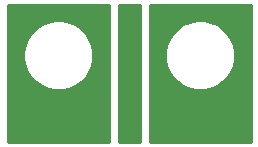
<source format=gtl>
G04 #@! TF.GenerationSoftware,KiCad,Pcbnew,(5.1.7)-1*
G04 #@! TF.CreationDate,2022-09-30T23:46:52+02:00*
G04 #@! TF.ProjectId,Endstufe-Kopplung,456e6473-7475-4666-952d-4b6f70706c75,rev?*
G04 #@! TF.SameCoordinates,Original*
G04 #@! TF.FileFunction,Copper,L1,Top*
G04 #@! TF.FilePolarity,Positive*
%FSLAX46Y46*%
G04 Gerber Fmt 4.6, Leading zero omitted, Abs format (unit mm)*
G04 Created by KiCad (PCBNEW (5.1.7)-1) date 2022-09-30 23:46:52*
%MOMM*%
%LPD*%
G01*
G04 APERTURE LIST*
G04 #@! TA.AperFunction,NonConductor*
%ADD10C,0.254000*%
G04 #@! TD*
G04 #@! TA.AperFunction,NonConductor*
%ADD11C,0.100000*%
G04 #@! TD*
G04 APERTURE END LIST*
D10*
X33790000Y-24840000D02*
X25227000Y-24840000D01*
X25227000Y-17207909D01*
X26534350Y-17207909D01*
X26534350Y-17792091D01*
X26648318Y-18365048D01*
X26871875Y-18904762D01*
X27196429Y-19390492D01*
X27609508Y-19803571D01*
X28095238Y-20128125D01*
X28634952Y-20351682D01*
X29207909Y-20465650D01*
X29792091Y-20465650D01*
X30365048Y-20351682D01*
X30904762Y-20128125D01*
X31390492Y-19803571D01*
X31803571Y-19390492D01*
X32128125Y-18904762D01*
X32351682Y-18365048D01*
X32465650Y-17792091D01*
X32465650Y-17207909D01*
X32351682Y-16634952D01*
X32128125Y-16095238D01*
X31803571Y-15609508D01*
X31390492Y-15196429D01*
X30904762Y-14871875D01*
X30365048Y-14648318D01*
X29792091Y-14534350D01*
X29207909Y-14534350D01*
X28634952Y-14648318D01*
X28095238Y-14871875D01*
X27609508Y-15196429D01*
X27196429Y-15609508D01*
X26871875Y-16095238D01*
X26648318Y-16634952D01*
X26534350Y-17207909D01*
X25227000Y-17207909D01*
X25227000Y-13210000D01*
X33790001Y-13210000D01*
X33790000Y-24840000D01*
G04 #@! TA.AperFunction,NonConductor*
D11*
G36*
X33790000Y-24840000D02*
G01*
X25227000Y-24840000D01*
X25227000Y-17207909D01*
X26534350Y-17207909D01*
X26534350Y-17792091D01*
X26648318Y-18365048D01*
X26871875Y-18904762D01*
X27196429Y-19390492D01*
X27609508Y-19803571D01*
X28095238Y-20128125D01*
X28634952Y-20351682D01*
X29207909Y-20465650D01*
X29792091Y-20465650D01*
X30365048Y-20351682D01*
X30904762Y-20128125D01*
X31390492Y-19803571D01*
X31803571Y-19390492D01*
X32128125Y-18904762D01*
X32351682Y-18365048D01*
X32465650Y-17792091D01*
X32465650Y-17207909D01*
X32351682Y-16634952D01*
X32128125Y-16095238D01*
X31803571Y-15609508D01*
X31390492Y-15196429D01*
X30904762Y-14871875D01*
X30365048Y-14648318D01*
X29792091Y-14534350D01*
X29207909Y-14534350D01*
X28634952Y-14648318D01*
X28095238Y-14871875D01*
X27609508Y-15196429D01*
X27196429Y-15609508D01*
X26871875Y-16095238D01*
X26648318Y-16634952D01*
X26534350Y-17207909D01*
X25227000Y-17207909D01*
X25227000Y-13210000D01*
X33790001Y-13210000D01*
X33790000Y-24840000D01*
G37*
G04 #@! TD.AperFunction*
D10*
X21773000Y-24840000D02*
X13210000Y-24840000D01*
X13210000Y-17207909D01*
X14534350Y-17207909D01*
X14534350Y-17792091D01*
X14648318Y-18365048D01*
X14871875Y-18904762D01*
X15196429Y-19390492D01*
X15609508Y-19803571D01*
X16095238Y-20128125D01*
X16634952Y-20351682D01*
X17207909Y-20465650D01*
X17792091Y-20465650D01*
X18365048Y-20351682D01*
X18904762Y-20128125D01*
X19390492Y-19803571D01*
X19803571Y-19390492D01*
X20128125Y-18904762D01*
X20351682Y-18365048D01*
X20465650Y-17792091D01*
X20465650Y-17207909D01*
X20351682Y-16634952D01*
X20128125Y-16095238D01*
X19803571Y-15609508D01*
X19390492Y-15196429D01*
X18904762Y-14871875D01*
X18365048Y-14648318D01*
X17792091Y-14534350D01*
X17207909Y-14534350D01*
X16634952Y-14648318D01*
X16095238Y-14871875D01*
X15609508Y-15196429D01*
X15196429Y-15609508D01*
X14871875Y-16095238D01*
X14648318Y-16634952D01*
X14534350Y-17207909D01*
X13210000Y-17207909D01*
X13210000Y-13210000D01*
X21773000Y-13210000D01*
X21773000Y-24840000D01*
G04 #@! TA.AperFunction,NonConductor*
D11*
G36*
X21773000Y-24840000D02*
G01*
X13210000Y-24840000D01*
X13210000Y-17207909D01*
X14534350Y-17207909D01*
X14534350Y-17792091D01*
X14648318Y-18365048D01*
X14871875Y-18904762D01*
X15196429Y-19390492D01*
X15609508Y-19803571D01*
X16095238Y-20128125D01*
X16634952Y-20351682D01*
X17207909Y-20465650D01*
X17792091Y-20465650D01*
X18365048Y-20351682D01*
X18904762Y-20128125D01*
X19390492Y-19803571D01*
X19803571Y-19390492D01*
X20128125Y-18904762D01*
X20351682Y-18365048D01*
X20465650Y-17792091D01*
X20465650Y-17207909D01*
X20351682Y-16634952D01*
X20128125Y-16095238D01*
X19803571Y-15609508D01*
X19390492Y-15196429D01*
X18904762Y-14871875D01*
X18365048Y-14648318D01*
X17792091Y-14534350D01*
X17207909Y-14534350D01*
X16634952Y-14648318D01*
X16095238Y-14871875D01*
X15609508Y-15196429D01*
X15196429Y-15609508D01*
X14871875Y-16095238D01*
X14648318Y-16634952D01*
X14534350Y-17207909D01*
X13210000Y-17207909D01*
X13210000Y-13210000D01*
X21773000Y-13210000D01*
X21773000Y-24840000D01*
G37*
G04 #@! TD.AperFunction*
D10*
X24373000Y-24840000D02*
X22627000Y-24840000D01*
X22627000Y-13210000D01*
X24373000Y-13210000D01*
X24373000Y-24840000D01*
G04 #@! TA.AperFunction,NonConductor*
D11*
G36*
X24373000Y-24840000D02*
G01*
X22627000Y-24840000D01*
X22627000Y-13210000D01*
X24373000Y-13210000D01*
X24373000Y-24840000D01*
G37*
G04 #@! TD.AperFunction*
M02*

</source>
